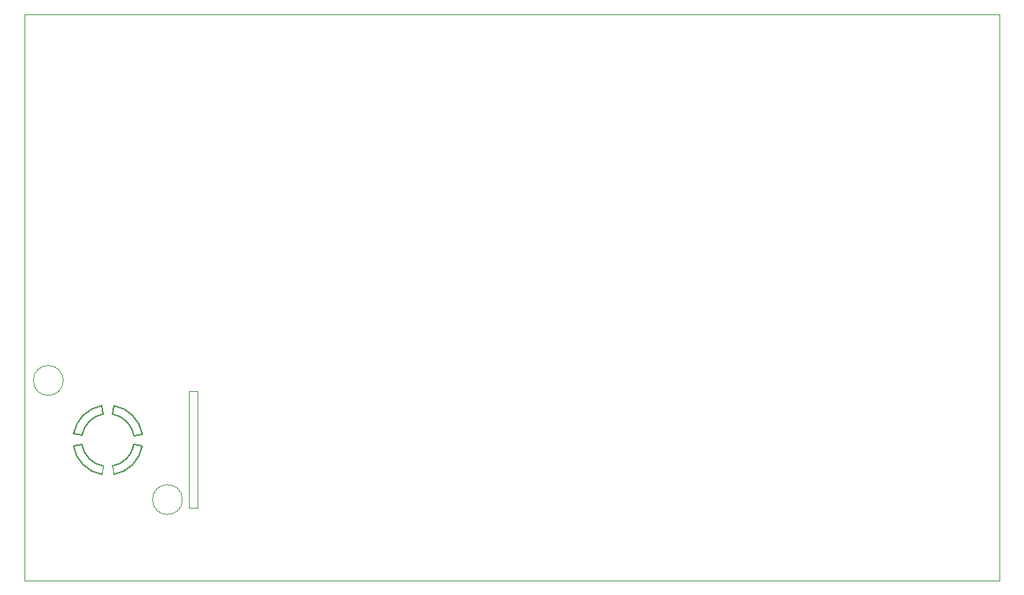
<source format=gbr>
%TF.GenerationSoftware,KiCad,Pcbnew,8.0.5-8.0.5-0~ubuntu24.04.1*%
%TF.CreationDate,2024-09-09T00:24:46+02:00*%
%TF.ProjectId,xMultislope-1v0,784d756c-7469-4736-9c6f-70652d317630,rev?*%
%TF.SameCoordinates,Original*%
%TF.FileFunction,Profile,NP*%
%FSLAX46Y46*%
G04 Gerber Fmt 4.6, Leading zero omitted, Abs format (unit mm)*
G04 Created by KiCad (PCBNEW 8.0.5-8.0.5-0~ubuntu24.04.1) date 2024-09-09 00:24:46*
%MOMM*%
%LPD*%
G01*
G04 APERTURE LIST*
%TA.AperFunction,Profile*%
%ADD10C,0.100000*%
%TD*%
%TA.AperFunction,Profile*%
%ADD11C,0.200000*%
%TD*%
G04 APERTURE END LIST*
D10*
X107569736Y-103088883D02*
X107391889Y-104075155D01*
D11*
X107391889Y-104075155D02*
G75*
G02*
X104079745Y-100745882I727711J4036155D01*
G01*
X104083464Y-99311036D02*
G75*
G02*
X107412747Y-95998949I4036336J-727964D01*
G01*
X108669736Y-96988883D02*
G75*
G02*
X111172521Y-99504646I-550036J-3050017D01*
G01*
X111169736Y-100588883D02*
X112156008Y-100766730D01*
D10*
X102869614Y-93038961D02*
G75*
G02*
X99369614Y-93038961I-1750000J0D01*
G01*
X99369614Y-93038961D02*
G75*
G02*
X102869614Y-93038961I1750000J0D01*
G01*
D11*
X105066936Y-100573123D02*
X104079761Y-100745879D01*
X105069736Y-99488883D02*
X104083464Y-99311036D01*
X108847583Y-96002611D02*
G75*
G02*
X112159697Y-99331889I-727783J-4036189D01*
G01*
D10*
X98369614Y-50029961D02*
X212769614Y-50029961D01*
X212769614Y-116538961D01*
X98369614Y-116538961D01*
X98369614Y-50029961D01*
X108653976Y-103091683D02*
X108826732Y-104078858D01*
D11*
X108669736Y-96988883D02*
X108847583Y-96002611D01*
D10*
X116869614Y-107038961D02*
G75*
G02*
X113369614Y-107038961I-1750000J0D01*
G01*
X113369614Y-107038961D02*
G75*
G02*
X116869614Y-107038961I1750000J0D01*
G01*
D11*
X107585496Y-96986083D02*
X107412740Y-95998908D01*
X111172536Y-99504643D02*
X112159711Y-99331887D01*
D10*
X117619614Y-94288961D02*
X118619614Y-94288961D01*
X118619614Y-108038961D01*
X117619614Y-108038961D01*
X117619614Y-94288961D01*
D11*
X111169736Y-100588883D02*
G75*
G02*
X108653983Y-103091725I-3049936J549883D01*
G01*
X112156008Y-100766730D02*
G75*
G02*
X108826740Y-104078901I-4036208J727730D01*
G01*
X107569736Y-103088883D02*
G75*
G02*
X105066921Y-100573126I549964J3049983D01*
G01*
X105069736Y-99488883D02*
G75*
G02*
X107585503Y-96986125I3050064J-550117D01*
G01*
M02*

</source>
